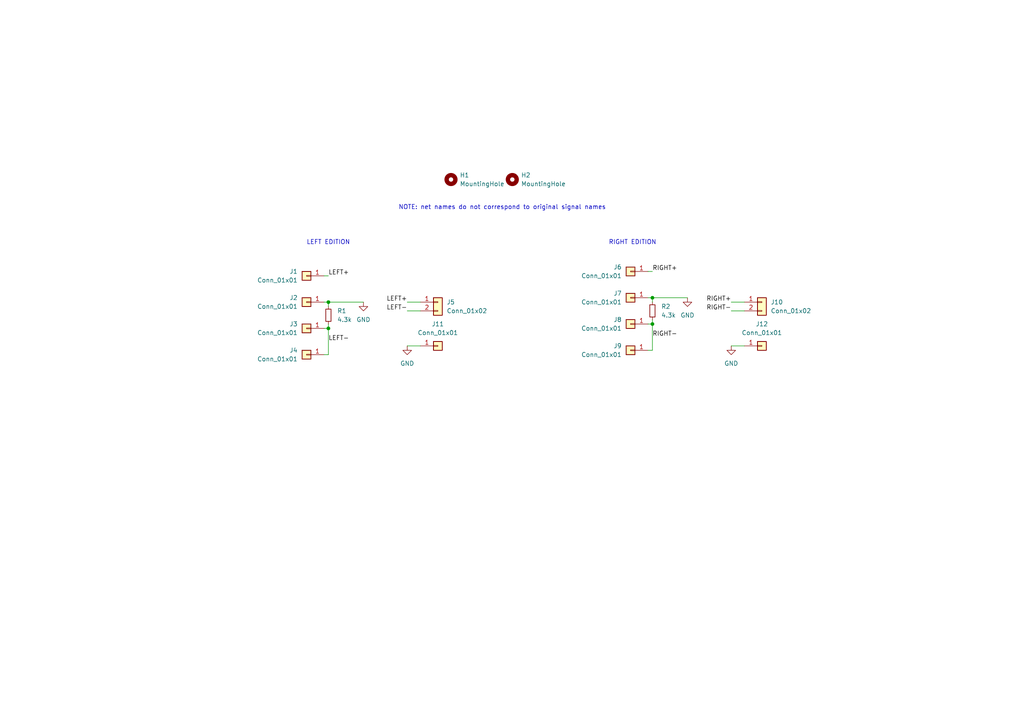
<source format=kicad_sch>
(kicad_sch (version 20211123) (generator eeschema)
  (paper "A4")
  (lib_symbols
    (symbol "Connector_Generic:Conn_01x01" (pin_names (offset 1.016) hide)
      (property "Reference" "J" (at 0 2.54 0))
      (property "Value" "Conn_01x01" (at 0 -2.54 0))
      (symbol "Conn_01x01_1_1"
        (rectangle (start -1.27 0.127) (end 0 -0.127) (stroke (width 0.1524)))
        (rectangle (start -1.27 1.27) (end 1.27 -1.27) (stroke (width 0.254)) (fill (type background)))
        (pin passive line (at -5.08 0 0) (length 3.81) (name "Pin_1") (number "1"))
      )
    )
    (symbol "Connector_Generic:Conn_01x02" (pin_names (offset 1.016) hide)
      (property "Reference" "J" (at 0 2.54 0))
      (property "Value" "Conn_01x02" (at 0 -5.08 0))
      (symbol "Conn_01x02_1_1"
        (rectangle (start -1.27 -2.413) (end 0 -2.667) (stroke (width 0.1524)))
        (rectangle (start -1.27 0.127) (end 0 -0.127) (stroke (width 0.1524)))
        (rectangle (start -1.27 1.27) (end 1.27 -3.81) (stroke (width 0.254)) (fill (type background)))
        (pin passive line (at -5.08 0 0) (length 3.81) (name "Pin_1") (number "1"))
        (pin passive line (at -5.08 -2.54 0) (length 3.81) (name "Pin_2") (number "2"))
      )
    )
    (symbol "Device:R_Small" (pin_numbers hide) (pin_names (offset 0.254) hide)
      (property "Reference" "R" (at 0.762 0.508 0))
      (property "Value" "R_Small" (at 0.762 -1.016 0))
      (symbol "R_Small_0_1"
        (rectangle (start -0.762 1.778) (end 0.762 -1.778) (stroke (width 0.2032)))
      )
      (symbol "R_Small_1_1"
        (pin passive line (at 0 2.54 270) (length 0.762) (name "~") (number "1"))
        (pin passive line (at 0 -2.54 90) (length 0.762) (name "~") (number "2"))
      )
    )
    (symbol "Mechanical:MountingHole" (pin_names (offset 1.016))
      (property "Reference" "H" (at 0 5.08 0))
      (property "Value" "MountingHole" (at 0 3.175 0))
      (symbol "MountingHole_0_1"
        (circle (center 0 0) (radius 1.27) (stroke (width 1.27)))
      )
    )
    (symbol "power:GND" (power) (pin_names (offset 0))
      (property "Value" "GND" (at 0 -3.81 0))
      (symbol "GND_0_1"
        (polyline (pts (xy 0 0) (xy 0 -1.27) (xy 1.27 -1.27) (xy 0 -2.54) (xy -1.27 -1.27) (xy 0 -1.27)))
      )
      (symbol "GND_1_1"
        (pin power_in line (at 0 0 270) (length 0) hide (name "GND") (number "1"))
      )
    )
  )
  (junction (at 95.25 87.63))
  (junction (at 95.25 95.25))
  (junction (at 189.23 93.98))
  (junction (at 189.23 86.36))
  (wire (pts (xy 93.98 80.01) (xy 95.25 80.01)))
  (wire (pts (xy 189.23 101.6) (xy 187.96 101.6)))
  (wire (pts (xy 212.09 90.17) (xy 215.9 90.17)))
  (wire (pts (xy 212.09 100.33) (xy 215.9 100.33)))
  (wire (pts (xy 118.11 90.17) (xy 121.92 90.17)))
  (wire (pts (xy 95.25 102.87) (xy 93.98 102.87)))
  (wire (pts (xy 95.25 87.63) (xy 95.25 88.9)))
  (wire (pts (xy 189.23 92.71) (xy 189.23 93.98)))
  (wire (pts (xy 189.23 86.36) (xy 199.39 86.36)))
  (wire (pts (xy 93.98 95.25) (xy 95.25 95.25)))
  (wire (pts (xy 95.25 87.63) (xy 105.41 87.63)))
  (wire (pts (xy 187.96 86.36) (xy 189.23 86.36)))
  (wire (pts (xy 212.09 87.63) (xy 215.9 87.63)))
  (wire (pts (xy 95.25 95.25) (xy 95.25 102.87)))
  (wire (pts (xy 187.96 93.98) (xy 189.23 93.98)))
  (wire (pts (xy 118.11 87.63) (xy 121.92 87.63)))
  (wire (pts (xy 189.23 86.36) (xy 189.23 87.63)))
  (wire (pts (xy 93.98 87.63) (xy 95.25 87.63)))
  (wire (pts (xy 118.11 100.33) (xy 121.92 100.33)))
  (wire (pts (xy 187.96 78.74) (xy 189.23 78.74)))
  (wire (pts (xy 189.23 93.98) (xy 189.23 101.6)))
  (wire (pts (xy 95.25 93.98) (xy 95.25 95.25)))
  (text "RIGHT EDITION\n" (at 176.53 71.12 0) (effects (font (size 1.27 1.27)) (justify left bottom)))
  (text "LEFT EDITION\n" (at 88.9 71.12 0) (effects (font (size 1.27 1.27)) (justify left bottom)))
  (text "NOTE: net names do not correspond to original signal names\n" (at 115.57 60.96 0) (effects (font (size 1.27 1.27)) (justify left bottom)))
  (label "RIGHT+" (at 212.09 87.63 180))
  (label "LEFT-" (at 118.11 90.17 180))
  (label "RIGHT+" (at 189.23 78.74 0))
  (label "RIGHT-" (at 212.09 90.17 180))
  (label "LEFT-" (at 95.25 99.06 0))
  (label "LEFT+" (at 118.11 87.63 180))
  (label "RIGHT-" (at 189.23 97.79 0))
  (label "LEFT+" (at 95.25 80.01 0))
  (symbol (lib_id "Connector_Generic:Conn_01x01") (at 88.9 95.25 0) (mirror y) (unit 1)
    (property "Reference" "J3" (at 86.36 93.9799 0) (effects (justify left)))
    (property "Value" "Conn_01x01" (at 86.36 96.5199 0) (effects (justify left)))
    (property "Footprint" "compression_contact:0964-0-15-20-85-14-11-0" (effects hide))
  )
  (symbol (lib_id "Device:R_Small") (at 189.23 90.17 0) (unit 1)
    (property "Reference" "R2" (at 191.77 88.8999 0) (effects (justify left)))
    (property "Value" "4.3k" (at 191.77 91.4399 0) (effects (justify left)))
    (property "Footprint" "Resistor_SMD:R_0603_1608Metric" (effects hide))
  )
  (symbol (lib_id "Mechanical:MountingHole") (at 148.59 52.07 0) (unit 1)
    (property "Reference" "H2" (at 151.13 50.7999 0) (effects (justify left)))
    (property "Value" "MountingHole" (at 151.13 53.3399 0) (effects (justify left)))
    (property "Footprint" "MountingHole:MountingHole_2.7mm_M2.5" (effects hide))
  )
  (symbol (lib_id "power:GND") (at 118.11 100.33 0) (unit 1)
    (property "Reference" "#PWR02" (effects hide))
    (property "Value" "GND" (at 118.11 105.41 0))
  )
  (symbol (lib_id "Connector_Generic:Conn_01x01") (at 88.9 87.63 0) (mirror y) (unit 1)
    (property "Reference" "J2" (at 86.36 86.3599 0) (effects (justify left)))
    (property "Value" "Conn_01x01" (at 86.36 88.8999 0) (effects (justify left)))
    (property "Footprint" "compression_contact:0964-0-15-20-85-14-11-0" (effects hide))
  )
  (symbol (lib_id "Connector_Generic:Conn_01x01") (at 182.88 93.98 0) (mirror y) (unit 1)
    (property "Reference" "J8" (at 180.34 92.7099 0) (effects (justify left)))
    (property "Value" "Conn_01x01" (at 180.34 95.2499 0) (effects (justify left)))
    (property "Footprint" "compression_contact:0964-0-15-20-85-14-11-0" (effects hide))
  )
  (symbol (lib_id "Connector_Generic:Conn_01x02") (at 127 87.63 0) (unit 1)
    (property "Reference" "J5" (at 129.54 87.6299 0) (effects (justify left)))
    (property "Value" "Conn_01x02" (at 129.54 90.1699 0) (effects (justify left)))
    (property "Footprint" "compression_contact:2-contact-patch" (effects hide))
  )
  (symbol (lib_id "power:GND") (at 105.41 87.63 0) (unit 1)
    (property "Reference" "#PWR01" (effects hide))
    (property "Value" "GND" (at 105.41 92.71 0))
  )
  (symbol (lib_id "Connector_Generic:Conn_01x02") (at 220.98 87.63 0) (unit 1)
    (property "Reference" "J10" (at 223.52 87.6299 0) (effects (justify left)))
    (property "Value" "Conn_01x02" (at 223.52 90.1699 0) (effects (justify left)))
    (property "Footprint" "compression_contact:2-contact-patch" (effects hide))
  )
  (symbol (lib_id "Connector_Generic:Conn_01x01") (at 182.88 86.36 0) (mirror y) (unit 1)
    (property "Reference" "J7" (at 180.34 85.0899 0) (effects (justify left)))
    (property "Value" "Conn_01x01" (at 180.34 87.6299 0) (effects (justify left)))
    (property "Footprint" "compression_contact:0964-0-15-20-85-14-11-0" (effects hide))
  )
  (symbol (lib_id "Device:R_Small") (at 95.25 91.44 0) (unit 1)
    (property "Reference" "R1" (at 97.79 90.1699 0) (effects (justify left)))
    (property "Value" "4.3k" (at 97.79 92.7099 0) (effects (justify left)))
    (property "Footprint" "Resistor_SMD:R_0603_1608Metric" (effects hide))
  )
  (symbol (lib_id "power:GND") (at 212.09 100.33 0) (unit 1)
    (property "Reference" "#PWR04" (effects hide))
    (property "Value" "GND" (at 212.09 105.41 0))
  )
  (symbol (lib_id "Connector_Generic:Conn_01x01") (at 182.88 78.74 0) (mirror y) (unit 1)
    (property "Reference" "J6" (at 180.34 77.4699 0) (effects (justify left)))
    (property "Value" "Conn_01x01" (at 180.34 80.0099 0) (effects (justify left)))
    (property "Footprint" "compression_contact:0964-0-15-20-85-14-11-0" (effects hide))
  )
  (symbol (lib_id "Connector_Generic:Conn_01x01") (at 88.9 102.87 0) (mirror y) (unit 1)
    (property "Reference" "J4" (at 86.36 101.5999 0) (effects (justify left)))
    (property "Value" "Conn_01x01" (at 86.36 104.1399 0) (effects (justify left)))
    (property "Footprint" "compression_contact:0964-0-15-20-85-14-11-0" (effects hide))
  )
  (symbol (lib_id "Connector_Generic:Conn_01x01") (at 182.88 101.6 0) (mirror y) (unit 1)
    (property "Reference" "J9" (at 180.34 100.3299 0) (effects (justify left)))
    (property "Value" "Conn_01x01" (at 180.34 102.8699 0) (effects (justify left)))
    (property "Footprint" "compression_contact:0964-0-15-20-85-14-11-0" (effects hide))
  )
  (symbol (lib_id "Connector_Generic:Conn_01x01") (at 220.98 100.33 0) (mirror x) (unit 1)
    (property "Reference" "J12" (at 220.98 93.98 0))
    (property "Value" "Conn_01x01" (at 220.98 96.52 0))
    (property "Footprint" "compression_contact:1-contact-patch" (effects hide))
  )
  (symbol (lib_id "Mechanical:MountingHole") (at 130.81 52.07 0) (unit 1)
    (property "Reference" "H1" (at 133.35 50.7999 0) (effects (justify left)))
    (property "Value" "MountingHole" (at 133.35 53.3399 0) (effects (justify left)))
    (property "Footprint" "MountingHole:MountingHole_2.7mm_M2.5" (effects hide))
  )
  (symbol (lib_id "Connector_Generic:Conn_01x01") (at 88.9 80.01 0) (mirror y) (unit 1)
    (property "Reference" "J1" (at 86.36 78.7399 0) (effects (justify left)))
    (property "Value" "Conn_01x01" (at 86.36 81.2799 0) (effects (justify left)))
    (property "Footprint" "compression_contact:0964-0-15-20-85-14-11-0" (effects hide))
  )
  (symbol (lib_id "power:GND") (at 199.39 86.36 0) (unit 1)
    (property "Reference" "#PWR03" (effects hide))
    (property "Value" "GND" (at 199.39 91.44 0))
  )
  (symbol (lib_id "Connector_Generic:Conn_01x01") (at 127 100.33 0) (mirror x) (unit 1)
    (property "Reference" "J11" (at 127 93.98 0))
    (property "Value" "Conn_01x01" (at 127 96.52 0))
    (property "Footprint" "compression_contact:1-contact-patch" (effects hide))
  )
)
</source>
